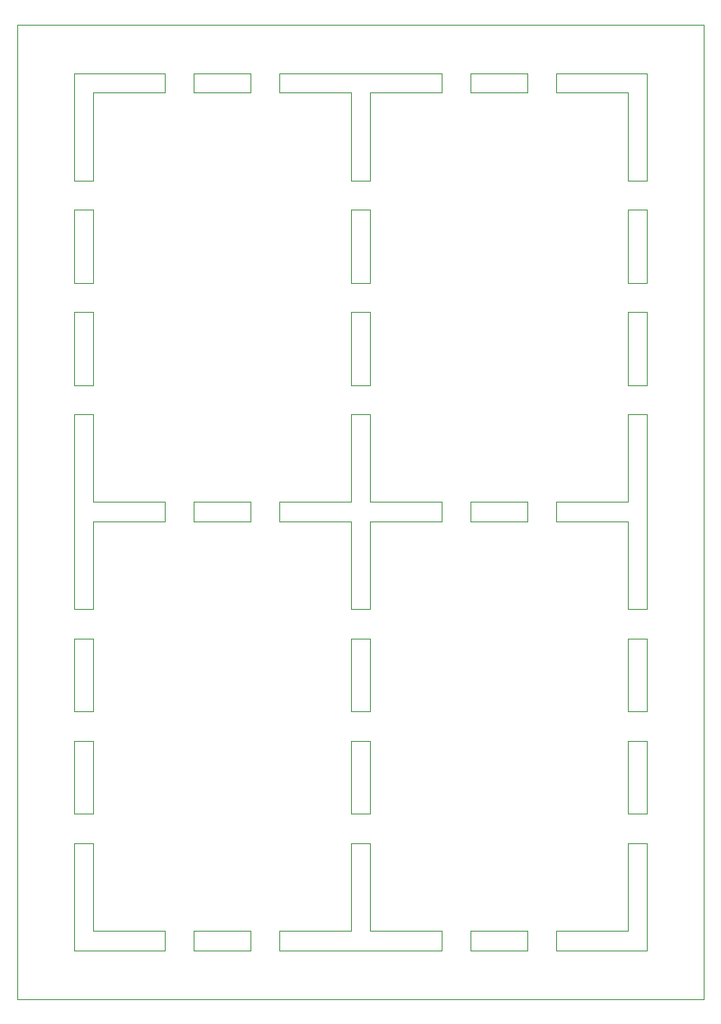
<source format=gm1>
G04 #@! TF.GenerationSoftware,KiCad,Pcbnew,9.0.4*
G04 #@! TF.CreationDate,2025-08-20T18:38:41-04:00*
G04 #@! TF.ProjectId,jlc_pcba,6a6c635f-7063-4626-912e-6b696361645f,rev?*
G04 #@! TF.SameCoordinates,Original*
G04 #@! TF.FileFunction,Profile,NP*
%FSLAX46Y46*%
G04 Gerber Fmt 4.6, Leading zero omitted, Abs format (unit mm)*
G04 Created by KiCad (PCBNEW 9.0.4) date 2025-08-20 18:38:41*
%MOMM*%
%LPD*%
G01*
G04 APERTURE LIST*
G04 #@! TA.AperFunction,Profile*
%ADD10C,0.100000*%
G04 #@! TD*
G04 APERTURE END LIST*
D10*
X52370000Y-5000000D02*
X52370000Y-7000000D01*
X46550000Y-50001000D02*
X46550000Y-49999000D01*
X5770000Y-29500000D02*
X7770000Y-29500000D01*
X62690000Y-29500000D02*
X64690000Y-29500000D01*
X62690000Y-70500000D02*
X62690000Y-63000000D01*
X35231000Y-29500000D02*
X36230000Y-29500000D01*
X7770000Y-70500000D02*
X5770000Y-70500000D01*
X5770000Y-16000000D02*
X5770000Y-5000000D01*
X36230000Y-29500000D02*
X36230000Y-37000000D01*
X26910000Y-50001000D02*
X26910000Y-49999000D01*
X35229000Y-19000000D02*
X35231000Y-19000000D01*
X34230000Y-84000000D02*
X35229000Y-84000000D01*
X23910000Y-7000000D02*
X18090000Y-7000000D01*
X52370000Y-93000000D02*
X52370000Y-95000000D01*
X5770000Y-70500000D02*
X5770000Y-63000000D01*
X35231000Y-40000000D02*
X36230000Y-40000000D01*
X34230000Y-51000000D02*
X26910000Y-51000000D01*
X35229000Y-84000000D02*
X35231000Y-84000000D01*
X34230000Y-93000000D02*
X34230000Y-84000000D01*
X36230000Y-70500000D02*
X35231000Y-70500000D01*
X46550000Y-49999000D02*
X46550000Y-49000000D01*
X7770000Y-29500000D02*
X7770000Y-37000000D01*
X64690000Y-63000000D02*
X64690000Y-70500000D01*
X64690000Y-73500000D02*
X64690000Y-81000000D01*
X34230000Y-16000000D02*
X34230000Y-7000000D01*
X15090000Y-49000000D02*
X15090000Y-49999000D01*
X23910000Y-51000000D02*
X18090000Y-51000000D01*
X34230000Y-73500000D02*
X35229000Y-73500000D01*
X43550000Y-93000000D02*
X43550000Y-95000000D01*
X15090000Y-7000000D02*
X7770000Y-7000000D01*
X0Y0D02*
X0Y-100000000D01*
X35231000Y-37000000D02*
X35229000Y-37000000D01*
X55370000Y-51000000D02*
X55370000Y-50001000D01*
X18090000Y-7000000D02*
X18090000Y-5000000D01*
X7770000Y-93000000D02*
X15090000Y-93000000D01*
X34230000Y-70500000D02*
X34230000Y-63000000D01*
X23910000Y-49999000D02*
X23910000Y-50001000D01*
X36230000Y-16000000D02*
X35231000Y-16000000D01*
X35229000Y-81000000D02*
X34230000Y-81000000D01*
X5770000Y-81000000D02*
X5770000Y-73500000D01*
X64690000Y-19000000D02*
X64690000Y-26500000D01*
X35229000Y-29500000D02*
X35231000Y-29500000D01*
X35229000Y-63000000D02*
X35231000Y-63000000D01*
X36230000Y-26500000D02*
X35231000Y-26500000D01*
X62690000Y-60000000D02*
X62690000Y-51000000D01*
X0Y-100000000D02*
X70460000Y-100000000D01*
X64690000Y-40000000D02*
X64690000Y-60000000D01*
X23910000Y-95000000D02*
X18090000Y-95000000D01*
X5770000Y-60000000D02*
X5770000Y-40000000D01*
X52370000Y-49000000D02*
X52370000Y-49999000D01*
X36230000Y-37000000D02*
X35231000Y-37000000D01*
X36230000Y-81000000D02*
X35231000Y-81000000D01*
X7770000Y-73500000D02*
X7770000Y-81000000D01*
X64690000Y-95000000D02*
X55370000Y-95000000D01*
X7770000Y-84000000D02*
X7770000Y-93000000D01*
X55370000Y-50001000D02*
X55370000Y-49999000D01*
X34230000Y-7000000D02*
X26910000Y-7000000D01*
X62690000Y-7000000D02*
X55370000Y-7000000D01*
X5770000Y-5000000D02*
X15090000Y-5000000D01*
X62690000Y-16000000D02*
X62690000Y-7000000D01*
X5770000Y-73500000D02*
X7770000Y-73500000D01*
X46550000Y-95000000D02*
X46550000Y-93000000D01*
X35231000Y-81000000D02*
X35229000Y-81000000D01*
X64690000Y-26500000D02*
X62690000Y-26500000D01*
X62690000Y-73500000D02*
X64690000Y-73500000D01*
X46550000Y-93000000D02*
X52370000Y-93000000D01*
X18090000Y-93000000D02*
X23910000Y-93000000D01*
X35229000Y-73500000D02*
X35231000Y-73500000D01*
X7770000Y-60000000D02*
X5770000Y-60000000D01*
X35231000Y-60000000D02*
X35229000Y-60000000D01*
X23910000Y-49000000D02*
X23910000Y-49999000D01*
X62690000Y-81000000D02*
X62690000Y-73500000D01*
X26910000Y-51000000D02*
X26910000Y-50001000D01*
X55370000Y-49999000D02*
X55370000Y-49000000D01*
X62690000Y-26500000D02*
X62690000Y-19000000D01*
X7770000Y-63000000D02*
X7770000Y-70500000D01*
X62690000Y-63000000D02*
X64690000Y-63000000D01*
X15090000Y-49999000D02*
X15090000Y-50001000D01*
X36230000Y-7000000D02*
X36230000Y-16000000D01*
X15090000Y-51000000D02*
X7770000Y-51000000D01*
X35229000Y-26500000D02*
X34230000Y-26500000D01*
X18090000Y-49000000D02*
X23910000Y-49000000D01*
X46550000Y-51000000D02*
X46550000Y-50001000D01*
X7770000Y-37000000D02*
X5770000Y-37000000D01*
X35229000Y-40000000D02*
X35231000Y-40000000D01*
X26910000Y-49999000D02*
X26910000Y-49000000D01*
X18090000Y-51000000D02*
X18090000Y-50001000D01*
X62690000Y-49000000D02*
X62690000Y-40000000D01*
X7770000Y-16000000D02*
X5770000Y-16000000D01*
X62690000Y-37000000D02*
X62690000Y-29500000D01*
X35229000Y-70500000D02*
X34230000Y-70500000D01*
X5770000Y-40000000D02*
X7770000Y-40000000D01*
X62690000Y-51000000D02*
X55370000Y-51000000D01*
X35229000Y-37000000D02*
X34230000Y-37000000D01*
X35229000Y-60000000D02*
X34230000Y-60000000D01*
X5770000Y-63000000D02*
X7770000Y-63000000D01*
X7770000Y-40000000D02*
X7770000Y-49000000D01*
X64690000Y-60000000D02*
X62690000Y-60000000D01*
X64690000Y-70500000D02*
X62690000Y-70500000D01*
X36230000Y-93000000D02*
X43550000Y-93000000D01*
X26910000Y-95000000D02*
X26910000Y-93000000D01*
X64690000Y-81000000D02*
X62690000Y-81000000D01*
X15090000Y-5000000D02*
X15090000Y-7000000D01*
X55370000Y-93000000D02*
X62690000Y-93000000D01*
X5770000Y-19000000D02*
X7770000Y-19000000D01*
X26910000Y-7000000D02*
X26910000Y-5000000D01*
X26910000Y-93000000D02*
X34230000Y-93000000D01*
X64690000Y-5000000D02*
X64690000Y-16000000D01*
X62690000Y-84000000D02*
X64690000Y-84000000D01*
X5770000Y-26500000D02*
X5770000Y-19000000D01*
X7770000Y-26500000D02*
X5770000Y-26500000D01*
X7770000Y-7000000D02*
X7770000Y-16000000D01*
X7770000Y-49000000D02*
X15090000Y-49000000D01*
X18090000Y-49999000D02*
X18090000Y-49000000D01*
X62690000Y-93000000D02*
X62690000Y-84000000D01*
X36230000Y-19000000D02*
X36230000Y-26500000D01*
X34230000Y-26500000D02*
X34230000Y-19000000D01*
X18090000Y-95000000D02*
X18090000Y-93000000D01*
X5770000Y-84000000D02*
X7770000Y-84000000D01*
X15090000Y-50001000D02*
X15090000Y-51000000D01*
X5770000Y-37000000D02*
X5770000Y-29500000D01*
X43550000Y-49000000D02*
X43550000Y-49999000D01*
X34230000Y-60000000D02*
X34230000Y-51000000D01*
X35231000Y-26500000D02*
X35229000Y-26500000D01*
X43550000Y-50001000D02*
X43550000Y-51000000D01*
X36230000Y-60000000D02*
X35231000Y-60000000D01*
X55370000Y-49000000D02*
X62690000Y-49000000D01*
X34230000Y-19000000D02*
X35229000Y-19000000D01*
X23910000Y-5000000D02*
X23910000Y-7000000D01*
X64690000Y-29500000D02*
X64690000Y-37000000D01*
X15090000Y-95000000D02*
X5770000Y-95000000D01*
X52370000Y-50001000D02*
X52370000Y-51000000D01*
X35231000Y-63000000D02*
X36230000Y-63000000D01*
X26910000Y-49000000D02*
X34230000Y-49000000D01*
X5770000Y-95000000D02*
X5770000Y-84000000D01*
X64690000Y-84000000D02*
X64690000Y-95000000D01*
X18090000Y-50001000D02*
X18090000Y-49999000D01*
X52370000Y-95000000D02*
X46550000Y-95000000D01*
X36230000Y-73500000D02*
X36230000Y-81000000D01*
X7770000Y-19000000D02*
X7770000Y-26500000D01*
X43550000Y-5000000D02*
X43550000Y-7000000D01*
X52370000Y-51000000D02*
X46550000Y-51000000D01*
X18090000Y-5000000D02*
X23910000Y-5000000D01*
X52370000Y-7000000D02*
X46550000Y-7000000D01*
X62690000Y-19000000D02*
X64690000Y-19000000D01*
X7770000Y-81000000D02*
X5770000Y-81000000D01*
X23910000Y-50001000D02*
X23910000Y-51000000D01*
X35229000Y-16000000D02*
X34230000Y-16000000D01*
X43550000Y-95000000D02*
X26910000Y-95000000D01*
X70460000Y-100000000D02*
X70460000Y0D01*
X55370000Y-7000000D02*
X55370000Y-5000000D01*
X34230000Y-37000000D02*
X34230000Y-29500000D01*
X23910000Y-93000000D02*
X23910000Y-95000000D01*
X15090000Y-93000000D02*
X15090000Y-95000000D01*
X46550000Y-49000000D02*
X52370000Y-49000000D01*
X34230000Y-29500000D02*
X35229000Y-29500000D01*
X36230000Y-51000000D02*
X36230000Y-60000000D01*
X70460000Y0D02*
X0Y0D01*
X43550000Y-51000000D02*
X36230000Y-51000000D01*
X36230000Y-84000000D02*
X36230000Y-93000000D01*
X64690000Y-37000000D02*
X62690000Y-37000000D01*
X36230000Y-49000000D02*
X43550000Y-49000000D01*
X55370000Y-5000000D02*
X64690000Y-5000000D01*
X43550000Y-49999000D02*
X43550000Y-50001000D01*
X34230000Y-49000000D02*
X34230000Y-40000000D01*
X46550000Y-7000000D02*
X46550000Y-5000000D01*
X7770000Y-51000000D02*
X7770000Y-60000000D01*
X35231000Y-16000000D02*
X35229000Y-16000000D01*
X34230000Y-40000000D02*
X35229000Y-40000000D01*
X36230000Y-63000000D02*
X36230000Y-70500000D01*
X64690000Y-16000000D02*
X62690000Y-16000000D01*
X35231000Y-70500000D02*
X35229000Y-70500000D01*
X35231000Y-84000000D02*
X36230000Y-84000000D01*
X35231000Y-19000000D02*
X36230000Y-19000000D01*
X62690000Y-40000000D02*
X64690000Y-40000000D01*
X43550000Y-7000000D02*
X36230000Y-7000000D01*
X35231000Y-73500000D02*
X36230000Y-73500000D01*
X34230000Y-63000000D02*
X35229000Y-63000000D01*
X46550000Y-5000000D02*
X52370000Y-5000000D01*
X26910000Y-5000000D02*
X43550000Y-5000000D01*
X36230000Y-40000000D02*
X36230000Y-49000000D01*
X52370000Y-49999000D02*
X52370000Y-50001000D01*
X34230000Y-81000000D02*
X34230000Y-73500000D01*
X55370000Y-95000000D02*
X55370000Y-93000000D01*
M02*

</source>
